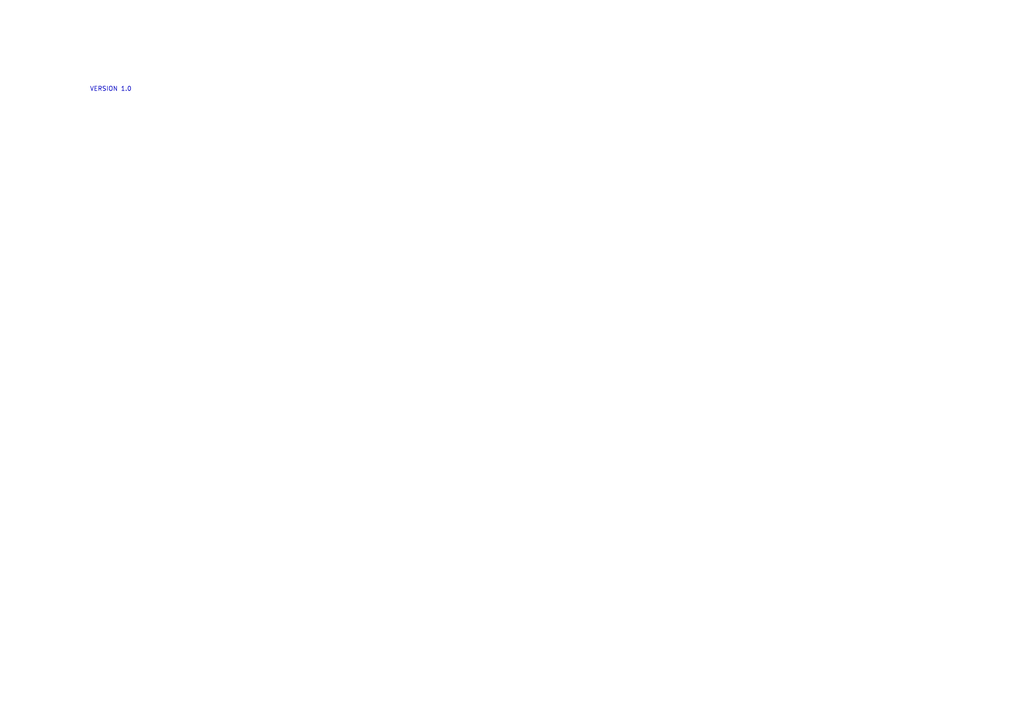
<source format=kicad_sch>
(kicad_sch (version 20211123) (generator eeschema)
  (paper "A4")
  (lib_symbols)
  (text "VERSION 1.0" (at 26.035 26.67 0) (effects (font (size 1.27 1.27)) (justify left bottom)))
)
</source>
